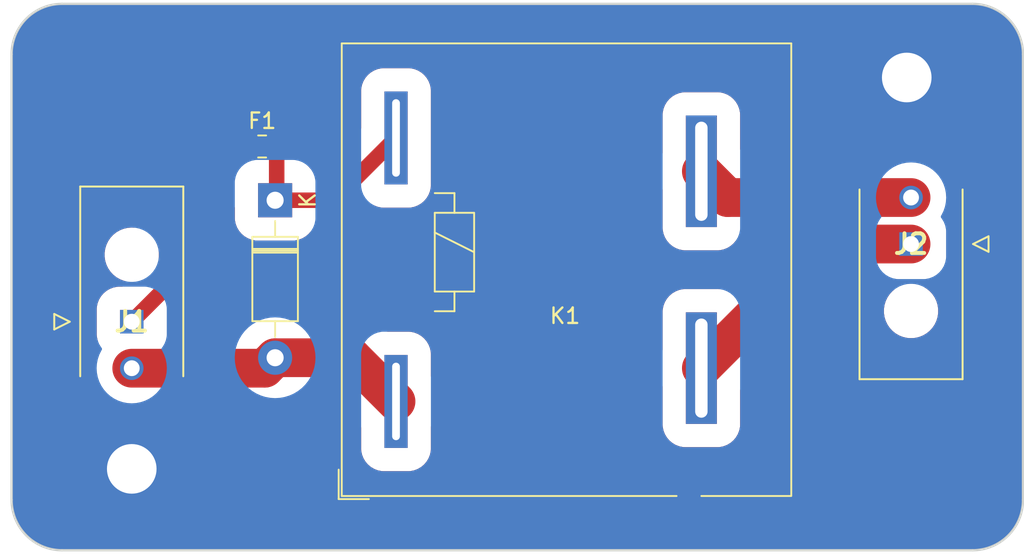
<source format=kicad_pcb>
(kicad_pcb (version 20221018) (generator pcbnew)
  (layers (0 "F.Cu" signal) (31 "B.Cu" signal) (34 "B.Paste" user) (35 "F.Paste" user) (36 "B.SilkS" user "B.Silkscreen") (37 "F.SilkS" user "F.Silkscreen") (38 "B.Mask" user) (39 "F.Mask" user) (44 "Edge.Cuts" user))
  (net 0 "")
  (net 1 "Net-(D1-K)")
  (net 2 "Net-(D1-A)")
  (net 3 "Net-(J2-Pin_1)")
  (net 4 "Net-(J2-Pin_2)")
  (net 5 "GND")
  (net 6 "Net-(J1-Pin_1)")
  (footprint "MountingHole:MountingHole_3.2mm_M3_ISO7380_Pad_TopBottom" (layer "F.Cu") (at 110.75 72.25)
    (fp_text reference "H2" hide)
    (fp_text value "MountingHole_Pad")
    (pad "1" thru_hole circle (at 0 0) (size 3.6 3.6) (drill 3.2) (layers "*.Cu" "*.Mask") (net 5 "GND"))
    (pad "1" connect circle (at 0 0) (size 5.7 5.7) (layers "F.Cu" "F.Mask") (net 5 "GND"))
    (pad "1" connect circle (at 0 0) (size 5.7 5.7) (layers "B.Cu" "B.Mask") (net 5 "GND"))
  )
  (footprint "Fuse:Fuse_0805_2012Metric" (layer "F.Cu") (at 69.1625 76.7)
    (fp_text reference "F1" (at 0 -1.65) (layer "F.SilkS"))
    (fp_text value "Fuse_Small")
    (fp_line (start -0.258578 -0.71) (end 0.258578 -0.71) (stroke (width 0.12)) (layer "F.SilkS"))
    (fp_line (start -0.258578 0.71) (end 0.258578 0.71) (stroke (width 0.12)) (layer "F.SilkS"))
    (pad "1" smd roundrect (at -0.9375 0) (size 0.975 1.4) (layers "F.Cu" "F.Paste" "F.Mask") (net 6 "Net-(J1-Pin_1)"))
    (pad "2" smd roundrect (at 0.9375 0) (size 0.975 1.4) (layers "F.Cu" "F.Paste" "F.Mask") (net 1 "Net-(D1-K)"))
  )
  (footprint "MountingHole:MountingHole_3.2mm_M3_ISO7380_Pad_TopBottom" (layer "F.Cu") (at 60.75 97.5)
    (fp_text reference "H1" hide)
    (fp_text value "MountingHole_Pad")
    (pad "1" thru_hole circle (at 0 0) (size 3.6 3.6) (drill 3.2) (layers "*.Cu" "*.Mask") (net 5 "GND"))
    (pad "1" connect circle (at 0 0) (size 5.7 5.7) (layers "F.Cu" "F.Mask") (net 5 "GND"))
    (pad "1" connect circle (at 0 0) (size 5.7 5.7) (layers "B.Cu" "B.Mask") (net 5 "GND"))
  )
  (footprint "Diode_THT:D_DO-41_SOD81_P10.16mm_Horizontal" (layer "F.Cu") (at 70 80.17 -90)
    (fp_text reference "D1" hide)
    (fp_text value "1N4004")
    (fp_text user "K" (at 0 -2.1 90) (layer "F.SilkS"))
    (fp_line (start 1.34 0) (end 2.36 0) (stroke (width 0.12)) (layer "F.SilkS"))
    (fp_line (start 2.36 -1.47) (end 2.36 1.47) (stroke (width 0.12)) (layer "F.SilkS"))
    (fp_line (start 2.36 1.47) (end 7.8 1.47) (stroke (width 0.12)) (layer "F.SilkS"))
    (fp_line (start 3.14 -1.47) (end 3.14 1.47) (stroke (width 0.12)) (layer "F.SilkS"))
    (fp_line (start 3.26 -1.47) (end 3.26 1.47) (stroke (width 0.12)) (layer "F.SilkS"))
    (fp_line (start 3.38 -1.47) (end 3.38 1.47) (stroke (width 0.12)) (layer "F.SilkS"))
    (fp_line (start 7.8 -1.47) (end 2.36 -1.47) (stroke (width 0.12)) (layer "F.SilkS"))
    (fp_line (start 7.8 1.47) (end 7.8 -1.47) (stroke (width 0.12)) (layer "F.SilkS"))
    (fp_line (start 8.82 0) (end 7.8 0) (stroke (width 0.12)) (layer "F.SilkS"))
    (pad "1" thru_hole rect (at 0 0 270) (size 2.2 2.2) (drill 1.1) (layers "*.Cu" "*.Mask") (net 1 "Net-(D1-K)"))
    (pad "2" thru_hole oval (at 10.16 0 270) (size 2.2 2.2) (drill 1.1) (layers "*.Cu" "*.Mask") (net 2 "Net-(D1-A)"))
  )
  (footprint "Library:AEV20EP" (layer "F.Cu") (at 77.8 97.75)
    (fp_text reference "K1" (at 10.9 -10.12) (layer "F.SilkS"))
    (fp_text value "AEV20EP")
    (fp_line (start -3.7 1.7) (end -3.7 -0.2) (stroke (width 0.12)) (layer "F.SilkS"))
    (fp_line (start -3.5 -27.7) (end 25.5 -27.7) (stroke (width 0.12)) (layer "F.SilkS"))
    (fp_line (start -3.5 1.5) (end -3.5 -27.7) (stroke (width 0.12)) (layer "F.SilkS"))
    (fp_line (start -1.75 1.7) (end -3.7 1.7) (stroke (width 0.12)) (layer "F.SilkS"))
    (fp_line (start 2.5 -18.04) (end 3.77 -18.04) (stroke (width 0.12)) (layer "F.SilkS"))
    (fp_line (start 2.5 -16.77) (end 3.77 -16.77) (stroke (width 0.12)) (layer "F.SilkS"))
    (fp_line (start 2.5 -15.5) (end 5.04 -14.23) (stroke (width 0.12)) (layer "F.SilkS"))
    (fp_line (start 2.5 -11.69) (end 2.5 -16.77) (stroke (width 0.12)) (layer "F.SilkS"))
    (fp_line (start 3.77 -18.04) (end 3.77 -16.77) (stroke (width 0.12)) (layer "F.SilkS"))
    (fp_line (start 3.77 -16.77) (end 5.04 -16.77) (stroke (width 0.12)) (layer "F.SilkS"))
    (fp_line (start 3.77 -11.69) (end 3.77 -10.42) (stroke (width 0.12)) (layer "F.SilkS"))
    (fp_line (start 3.77 -10.42) (end 2.5 -10.42) (stroke (width 0.12)) (layer "F.SilkS"))
    (fp_line (start 5.04 -16.77) (end 5.04 -11.69) (stroke (width 0.12)) (layer "F.SilkS"))
    (fp_line (start 5.04 -11.69) (end 2.5 -11.69) (stroke (width 0.12)) (layer "F.SilkS"))
    (fp_line (start 18.1 1.5) (end -3.5 1.5) (stroke (width 0.12)) (layer "F.SilkS"))
    (fp_line (start 25.45 1.5) (end 19.7 1.5) (stroke (width 0.12)) (layer "F.SilkS"))
    (fp_line (start 25.5 -27.7) (end 25.5 1.5) (stroke (width 0.12)) (layer "F.SilkS"))
    (pad "11" thru_hole rect (at 19.7 -19.45) (size 2 7.2) (drill oval 0.8 6.4) (layers "*.Cu" "*.Mask") (net 4 "Net-(J2-Pin_2)"))
    (pad "14" thru_hole rect (at 19.7 -6.75) (size 2 7.2) (drill oval 0.8 6.4) (layers "*.Cu" "*.Mask") (net 3 "Net-(J2-Pin_1)"))
    (pad "A1" thru_hole rect (at 0 -4.6) (size 1.5 6) (drill oval 0.5 5) (layers "*.Cu" "*.Mask") (net 2 "Net-(D1-A)"))
    (pad "A2" thru_hole rect (at 0 -21.6) (size 1.5 6) (drill oval 0.5 5) (layers "*.Cu" "*.Mask") (net 1 "Net-(D1-K)"))
  )
  (footprint "Library:43045-02YY" (layer "F.Cu") (at 60.75 88.0054 180)
    (fp_text reference "J1" (at 0 0) (layer "F.SilkS") (effects (font (size 1.27 1.27) (thickness 0.254))))
    (fp_text value "Conn_01x02_Pin" hide)
    (fp_line (start -3.325 8.72) (end -3.325 -3.52) (stroke (width 0.127)) (layer "F.SilkS"))
    (fp_line (start 3.325 -3.52) (end 3.325 8.72) (stroke (width 0.127)) (layer "F.SilkS"))
    (fp_line (start 3.325 8.72) (end -3.325 8.72) (stroke (width 0.127)) (layer "F.SilkS"))
    (fp_line (start 4 0) (end 5 -0.5) (stroke (width 0.127)) (layer "F.SilkS"))
    (fp_line (start 5 -0.5) (end 5 0.5) (stroke (width 0.127)) (layer "F.SilkS"))
    (fp_line (start 5 0.5) (end 4 0) (stroke (width 0.127)) (layer "F.SilkS"))
    (pad "" np_thru_hole circle (at 0 4.32 180) (size 3 3) (drill 3) (layers "*.Cu" "*.Mask"))
    (pad "1" thru_hole rect (at 0 0 180) (size 1.52 1.52) (drill 1.02) (layers "*.Cu" "*.Mask") (net 6 "Net-(J1-Pin_1)"))
    (pad "2" thru_hole circle (at 0 -3 180) (size 1.52 1.52) (drill 1.02) (layers "*.Cu" "*.Mask") (net 2 "Net-(D1-A)"))
  )
  (footprint "Library:43045-02YY" (layer "F.Cu") (at 111.02825 82.9946)
    (fp_text reference "J2" (at 0 0) (layer "F.SilkS") (effects (font (size 1.27 1.27) (thickness 0.254))))
    (fp_text value "Conn_01x02_Pin" hide)
    (fp_line (start -3.325 8.72) (end -3.325 -3.52) (stroke (width 0.127)) (layer "F.SilkS"))
    (fp_line (start 3.325 -3.52) (end 3.325 8.72) (stroke (width 0.127)) (layer "F.SilkS"))
    (fp_line (start 3.325 8.72) (end -3.325 8.72) (stroke (width 0.127)) (layer "F.SilkS"))
    (fp_line (start 4 0) (end 5 -0.5) (stroke (width 0.127)) (layer "F.SilkS"))
    (fp_line (start 5 -0.5) (end 5 0.5) (stroke (width 0.127)) (layer "F.SilkS"))
    (fp_line (start 5 0.5) (end 4 0) (stroke (width 0.127)) (layer "F.SilkS"))
    (pad "" np_thru_hole circle (at 0 4.32) (size 3 3) (drill 3) (layers "*.Cu" "*.Mask"))
    (pad "1" thru_hole rect (at 0 0) (size 1.52 1.52) (drill 1.02) (layers "*.Cu" "*.Mask") (net 3 "Net-(J2-Pin_1)"))
    (pad "2" thru_hole circle (at 0 -3) (size 1.52 1.52) (drill 1.02) (layers "*.Cu" "*.Mask") (net 4 "Net-(J2-Pin_2)"))
  )
  (gr_arc (start 53 70.75) (mid 53.951903 68.451903) (end 56.25 67.5) (stroke (width 0.15)) (layer "Edge.Cuts"))
  (gr_line (start 56.25 102.75) (end 115 102.75) (stroke (width 0.15)) (layer "Edge.Cuts"))
  (gr_line (start 118.25 99.5) (end 118.25 70.75) (stroke (width 0.15)) (layer "Edge.Cuts"))
  (gr_line (start 56.25 67.5) (end 115 67.5) (stroke (width 0.15)) (layer "Edge.Cuts"))
  (gr_line (start 53 70.75) (end 53 99.5) (stroke (width 0.15)) (layer "Edge.Cuts"))
  (gr_arc (start 118.25 99.5) (mid 117.298097 101.798097) (end 115 102.75) (stroke (width 0.15)) (layer "Edge.Cuts"))
  (gr_arc (start 56.25 102.75) (mid 53.951903 101.798097) (end 53 99.5) (stroke (width 0.15)) (layer "Edge.Cuts"))
  (gr_arc (start 115 67.5) (mid 117.298097 68.451903) (end 118.25 70.75) (stroke (width 0.15)) (layer "Edge.Cuts"))
  (segment (start 70.1 80.07) (end 70 80.17) (width 1) (layer "F.Cu") (net 1))
  (segment (start 73.78 80.17) (end 77.8 76.15) (width 1) (layer "F.Cu") (net 1))
  (segment (start 70 80.17) (end 73.78 80.17) (width 1) (layer "F.Cu") (net 1))
  (segment (start 70.1 76.7) (end 70.1 80.07) (width 1) (layer "F.Cu") (net 1))
  (segment (start 60.75 91.0054) (end 69.3246 91.0054) (width 2.5) (layer "F.Cu") (net 2))
  (segment (start 74.98 90.33) (end 77.8 93.15) (width 2.5) (layer "F.Cu") (net 2))
  (segment (start 70 90.33) (end 74.98 90.33) (width 2.5) (layer "F.Cu") (net 2))
  (segment (start 69.3246 91.0054) (end 70 90.33) (width 2.5) (layer "F.Cu") (net 2))
  (segment (start 105.5054 82.9946) (end 97.5 91) (width 2.5) (layer "F.Cu") (net 3))
  (segment (start 111.02825 82.9946) (end 105.5054 82.9946) (width 2.5) (layer "F.Cu") (net 3))
  (segment (start 111.02825 79.9946) (end 99.1946 79.9946) (width 2.5) (layer "F.Cu") (net 4))
  (segment (start 99.1946 79.9946) (end 97.5 78.3) (width 2.5) (layer "F.Cu") (net 4))
  (segment (start 63 81.925) (end 68.225 76.7) (width 1) (layer "F.Cu") (net 6))
  (segment (start 63 85.7554) (end 63 81.925) (width 1) (layer "F.Cu") (net 6))
  (segment (start 60.75 88.0054) (end 63 85.7554) (width 1) (layer "F.Cu") (net 6))
  (zone (net 5) (net_name "GND") (layers "F&B.Cu") (connect_pads (clearance 1.5)) (min_thickness 0.25) (fill yes (thermal_gap 0.5) (thermal_bridge_width 0.5))
    (polygon (pts (xy 52.25 67.25) (xy 118.25 67.25) (xy 118.25 103) (xy 52.25 103)))
  )
)
</source>
